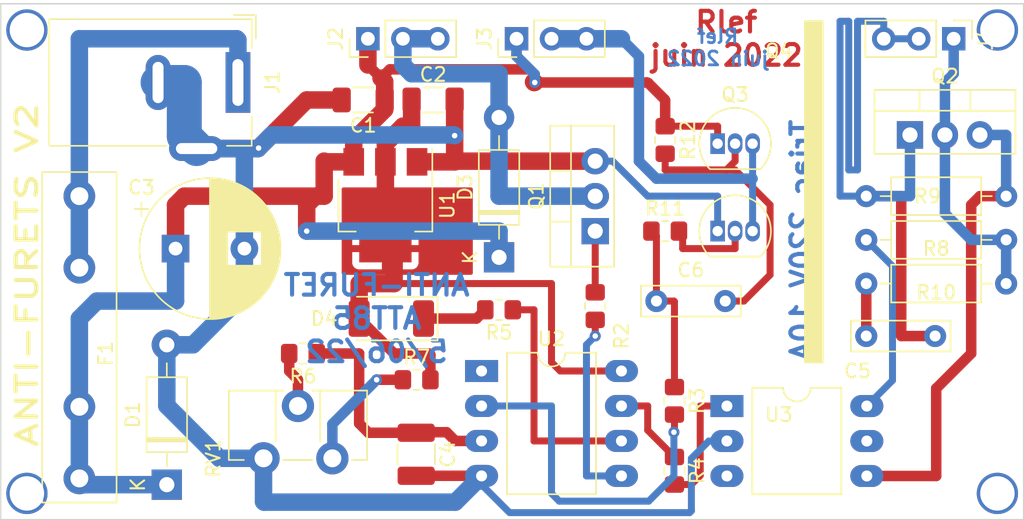
<source format=kicad_pcb>
(kicad_pcb (version 20221018) (generator pcbnew)
  (layers (0 "F.Cu" signal) (31 "B.Cu" signal) (34 "B.Paste" user) (35 "F.Paste" user) (36 "B.SilkS" user "B.Silkscreen") (37 "F.SilkS" user "F.Silkscreen") (38 "B.Mask" user) (39 "F.Mask" user) (44 "Edge.Cuts" user))
  (net 0 "")
  (net 1 "Net-(C6-Pad2)")
  (net 2 "Net-(Q4-Pad2)")
  (net 3 "Net-(C5-Pad1)")
  (net 4 "Net-(Q2-Pad3)")
  (net 5 "Net-(C5-Pad2)")
  (net 6 "Net-(R8-Pad2)")
  (net 7 "/5V")
  (net 8 "Net-(D4-Pad1)")
  (net 9 "Net-(R4-Pad2)")
  (net 10 "Net-(R2-Pad1)")
  (net 11 "Net-(Q1-Pad1)")
  (net 12 "GND")
  (net 13 "Net-(J3-Pad2)")
  (net 14 "Net-(D3-Pad2)")
  (net 18 "Net-(F1-Pad2)")
  (net 19 "Net-(C4-Pad1)")
  (net 20 "Net-(C6-Pad1)")
  (net 21 "Net-(J4-Pad1)")
  (net 22 "Net-(R3-Pad2)")
  (net 23 "Net-(R4-Pad1)")
  (net 24 "Net-(R5-Pad1)")
  (net 25 "Net-(R6-Pad2)")
  (net 26 "Net-(R7-Pad1)")
  (net 27 "Net-(C1-Pad1)")
  (footprint "Package_TO_SOT_THT:TO-92_Inline" (layer "F.Cu") (at 86.995 64.135)
    (fp_text reference "Q4" (at 4.445 -13.085) (layer "F.SilkS"))
    (fp_text value "2N3904")
    (pad "1" thru_hole rect (at 0 0) (size 1.05 1.5) (drill 0.75) (layers "*.Cu" "*.Mask") (net 12 "GND"))
    (pad "2" thru_hole oval (at 1.27 0) (size 1.05 1.5) (drill 0.75) (layers "*.Cu" "*.Mask") (net 2 "Net-(Q4-Pad2)"))
    (pad "3" thru_hole oval (at 2.54 0) (size 1.05 1.5) (drill 0.75) (layers "*.Cu" "*.Mask") (net 13 "Net-(J3-Pad2)"))
  )
  (footprint "Resistor_SMD:R_0805_2012Metric_Pad1.20x1.40mm_HandSolder" (layer "F.Cu") (at 65.135 74.93)
    (fp_text reference "R7" (at 0 -1.65) (layer "F.SilkS"))
    (fp_text value "100")
    (pad "1" smd roundrect (at -1 0) (size 1.2 1.4) (layers "F.Cu" "F.Paste" "F.Mask") (roundrect_rratio 0.2083333333) (net 26 "Net-(R7-Pad1)"))
    (pad "2" smd roundrect (at 1 0) (size 1.2 1.4) (layers "F.Cu" "F.Paste" "F.Mask") (roundrect_rratio 0.2083333333) (net 7 "/5V"))
  )
  (footprint "Resistor_SMD:R_0805_2012Metric_Pad1.20x1.40mm_HandSolder" (layer "F.Cu") (at 83.86 76.46 -90)
    (fp_text reference "R3" (at 0 -1.65 -270) (layer "F.SilkS"))
    (fp_text value "1K")
    (pad "1" smd roundrect (at -1 0 270) (size 1.2 1.4) (layers "F.Cu" "F.Paste" "F.Mask") (roundrect_rratio 0.2083333333) (net 20 "Net-(C6-Pad1)"))
    (pad "2" smd roundrect (at 1 0 270) (size 1.2 1.4) (layers "F.Cu" "F.Paste" "F.Mask") (roundrect_rratio 0.2083333333) (net 22 "Net-(R3-Pad2)"))
  )
  (footprint "Connector_PinHeader_2.54mm:PinHeader_1x03_P2.54mm_Vertical" (layer "F.Cu") (at 61.595 50.165 90)
    (fp_text reference "J2" (at 0 -2.33 90) (layer "F.SilkS"))
    (fp_text value "Bornier")
    (pad "1" thru_hole rect (at 0 0 90) (size 1.7 1.7) (drill 1) (layers "*.Cu" "*.Mask") (net 27 "Net-(C1-Pad1)"))
    (pad "2" thru_hole oval (at 0 2.54 90) (size 1.7 1.7) (drill 1) (layers "*.Cu" "*.Mask") (net 14 "Net-(D3-Pad2)"))
    (pad "3" thru_hole oval (at 0 5.08 90) (size 1.7 1.7) (drill 1) (layers "*.Cu" "*.Mask") (net 14 "Net-(D3-Pad2)"))
  )
  (footprint "Package_TO_SOT_THT:TO-220-3_Vertical" (layer "F.Cu") (at 100.965 57.15)
    (fp_text reference "Q2" (at 2.54 -4.27) (layer "F.SilkS"))
    (fp_text value "TIC226")
    (pad "1" thru_hole rect (at 0 0) (size 1.905 2) (drill 1.1) (layers "*.Cu" "*.Mask") (net 5 "Net-(C5-Pad2)"))
    (pad "2" thru_hole oval (at 2.54 0) (size 1.905 2) (drill 1.1) (layers "*.Cu" "*.Mask") (net 21 "Net-(J4-Pad1)"))
    (pad "3" thru_hole oval (at 5.08 0) (size 1.905 2) (drill 1.1) (layers "*.Cu" "*.Mask") (net 4 "Net-(Q2-Pad3)"))
  )
  (footprint "Diode_THT:D_DO-41_SOD81_P10.16mm_Horizontal" (layer "F.Cu") (at 71.12 66.04 90)
    (fp_text reference "D3" (at 5.08 -2.47 90) (layer "F.SilkS"))
    (fp_text value "1N4004")
    (fp_text user "K" (at 0 -2.1 90) (layer "F.SilkS"))
    (pad "1" thru_hole rect (at 0 0 90) (size 2.2 2.2) (drill 1.1) (layers "*.Cu" "*.Mask") (net 27 "Net-(C1-Pad1)"))
    (pad "2" thru_hole oval (at 10.16 0 90) (size 2.2 2.2) (drill 1.1) (layers "*.Cu" "*.Mask") (net 14 "Net-(D3-Pad2)"))
  )
  (footprint "Resistor_THT:R_Axial_DIN0207_L6.3mm_D2.5mm_P10.16mm_Horizontal" (layer "F.Cu") (at 107.95 67.945 180)
    (fp_text reference "R10" (at 5.08 -0.635) (layer "F.SilkS"))
    (fp_text value "100")
    (pad "1" thru_hole circle (at 0 0 180) (size 1.6 1.6) (drill 0.8) (layers "*.Cu" "*.Mask") (net 21 "Net-(J4-Pad1)"))
    (pad "2" thru_hole oval (at 10.16 0 180) (size 1.6 1.6) (drill 0.8) (layers "*.Cu" "*.Mask") (net 3 "Net-(C5-Pad1)"))
  )
  (footprint "Resistor_THT:R_Axial_DIN0207_L6.3mm_D2.5mm_P10.16mm_Horizontal" (layer "F.Cu") (at 107.95 61.595 180)
    (fp_text reference "R9" (at 5.715 0) (layer "F.SilkS"))
    (fp_text value "330")
    (pad "1" thru_hole circle (at 0 0 180) (size 1.6 1.6) (drill 0.8) (layers "*.Cu" "*.Mask") (net 4 "Net-(Q2-Pad3)"))
    (pad "2" thru_hole oval (at 10.16 0 180) (size 1.6 1.6) (drill 0.8) (layers "*.Cu" "*.Mask") (net 5 "Net-(C5-Pad2)"))
  )
  (footprint "Connector_BarrelJack:BarrelJack_Wuerth_6941xx301002" (layer "F.Cu") (at 52.155 53.34 -90)
    (fp_text reference "J1" (at 0 -2.5 90) (layer "F.SilkS"))
    (fp_text value "Jack-DC")
    (pad "1" thru_hole rect (at 0 0 270) (size 4.4 1.8) (drill oval 3.4 0.8) (layers "*.Cu" "*.Mask") (net 18 "Net-(F1-Pad2)"))
    (pad "2" thru_hole oval (at 0 5.8 270) (size 4 1.8) (drill oval 3 0.8) (layers "*.Cu" "*.Mask") (net 12 "GND"))
    (pad "3" thru_hole oval (at 4.79999 3.000006) (size 4 1.8) (drill oval 2.999999 0.8) (layers "*.Cu" "*.Mask"))
  )
  (footprint "Connector_PinHeader_2.54mm:PinHeader_1x03_P2.54mm_Vertical" (layer "F.Cu") (at 72.39 50.165 90)
    (fp_text reference "J3" (at 0 -2.33 90) (layer "F.SilkS"))
    (fp_text value "Bornier")
    (pad "1" thru_hole rect (at 0 0 90) (size 1.7 1.7) (drill 1) (layers "*.Cu" "*.Mask") (net 27 "Net-(C1-Pad1)"))
    (pad "2" thru_hole oval (at 0 2.54 90) (size 1.7 1.7) (drill 1) (layers "*.Cu" "*.Mask") (net 13 "Net-(J3-Pad2)"))
    (pad "3" thru_hole oval (at 0 5.08 90) (size 1.7 1.7) (drill 1) (layers "*.Cu" "*.Mask") (net 13 "Net-(J3-Pad2)"))
  )
  (footprint "Capacitor_THT:C_Rect_L7.0mm_W2.0mm_P5.00mm" (layer "F.Cu") (at 97.79 71.755)
    (fp_text reference "C5" (at -0.635 2.54) (layer "F.SilkS"))
    (fp_text value "0.01")
    (pad "1" thru_hole circle (at 0 0) (size 1.6 1.6) (drill 0.8) (layers "*.Cu" "*.Mask") (net 3 "Net-(C5-Pad1)"))
    (pad "2" thru_hole circle (at 5 0) (size 1.6 1.6) (drill 0.8) (layers "*.Cu" "*.Mask") (net 5 "Net-(C5-Pad2)"))
  )
  (footprint "Diode_THT:D_DO-41_SOD81_P10.16mm_Horizontal" (layer "F.Cu") (at 46.99 82.55 90)
    (fp_text reference "D1" (at 5.08 -2.47 90) (layer "F.SilkS"))
    (fp_text value "1N4004")
    (fp_text user "K" (at 0 -2.1 90) (layer "F.SilkS"))
    (pad "1" thru_hole rect (at 0 0 90) (size 2.2 2.2) (drill 1.1) (layers "*.Cu" "*.Mask") (net 27 "Net-(C1-Pad1)"))
    (pad "2" thru_hole oval (at 10.16 0 90) (size 2.2 2.2) (drill 1.1) (layers "*.Cu" "*.Mask") (net 12 "GND"))
  )
  (footprint "Capacitor_SMD:C_1210_3225Metric_Pad1.33x2.70mm_HandSolder" (layer "F.Cu") (at 65.1025 80.3425 -90)
    (fp_text reference "C4" (at 0 -2.3 90) (layer "F.SilkS"))
    (fp_text value "0.1µF")
    (pad "1" smd roundrect (at -1.5625 0 270) (size 1.325 2.7) (layers "F.Cu" "F.Paste" "F.Mask") (roundrect_rratio 0.1886792453) (net 19 "Net-(C4-Pad1)"))
    (pad "2" smd roundrect (at 1.5625 0 270) (size 1.325 2.7) (layers "F.Cu" "F.Paste" "F.Mask") (roundrect_rratio 0.1886792453) (net 12 "GND"))
  )
  (footprint "Resistor_SMD:R_0805_2012Metric_Pad1.20x1.40mm_HandSolder" (layer "F.Cu") (at 78.105 69.58 90)
    (fp_text reference "R2" (at -2.175 1.905 90) (layer "F.SilkS"))
    (fp_text value "1K")
    (pad "1" smd roundrect (at -1 0 90) (size 1.2 1.4) (layers "F.Cu" "F.Paste" "F.Mask") (roundrect_rratio 0.2083333333) (net 10 "Net-(R2-Pad1)"))
    (pad "2" smd roundrect (at 1 0 90) (size 1.2 1.4) (layers "F.Cu" "F.Paste" "F.Mask") (roundrect_rratio 0.2083333333) (net 11 "Net-(Q1-Pad1)"))
  )
  (footprint "Resistor_THT:R_Axial_DIN0207_L6.3mm_D2.5mm_P10.16mm_Horizontal" (layer "F.Cu") (at 107.95 64.77 180)
    (fp_text reference "R8" (at 5.08 -0.635) (layer "F.SilkS"))
    (fp_text value "330")
    (pad "1" thru_hole circle (at 0 0 180) (size 1.6 1.6) (drill 0.8) (layers "*.Cu" "*.Mask") (net 21 "Net-(J4-Pad1)"))
    (pad "2" thru_hole oval (at 10.16 0 180) (size 1.6 1.6) (drill 0.8) (layers "*.Cu" "*.Mask") (net 6 "Net-(R8-Pad2)"))
  )
  (footprint "Resistor_SMD:R_0805_2012Metric_Pad1.20x1.40mm_HandSolder" (layer "F.Cu") (at 56.88 73.025 180)
    (fp_text reference "R6" (at 0 -1.65) (layer "F.SilkS"))
    (fp_text value "1000")
    (pad "1" smd roundrect (at -1 0 180) (size 1.2 1.4) (layers "F.Cu" "F.Paste" "F.Mask") (roundrect_rratio 0.2083333333) (net 19 "Net-(C4-Pad1)"))
    (pad "2" smd roundrect (at 1 0 180) (size 1.2 1.4) (layers "F.Cu" "F.Paste" "F.Mask") (roundrect_rratio 0.2083333333) (net 25 "Net-(R6-Pad2)"))
  )
  (footprint "Resistor_SMD:R_0805_2012Metric_Pad1.20x1.40mm_HandSolder" (layer "F.Cu") (at 83.185 64.135)
    (fp_text reference "R11" (at 0 -1.65) (layer "F.SilkS"))
    (fp_text value "330")
    (pad "1" smd roundrect (at -1 0) (size 1.2 1.4) (layers "F.Cu" "F.Paste" "F.Mask") (roundrect_rratio 0.2083333333) (net 20 "Net-(C6-Pad1)"))
    (pad "2" smd roundrect (at 1 0) (size 1.2 1.4) (layers "F.Cu" "F.Paste" "F.Mask") (roundrect_rratio 0.2083333333) (net 2 "Net-(Q4-Pad2)"))
  )
  (footprint "Package_TO_SOT_THT:TO-92_Inline" (layer "F.Cu") (at 86.995 57.785)
    (fp_text reference "Q3" (at 1.27 -3.56) (layer "F.SilkS"))
    (fp_text value "2N3905")
    (pad "1" thru_hole rect (at 0 0) (size 1.05 1.5) (drill 0.75) (layers "*.Cu" "*.Mask") (net 27 "Net-(C1-Pad1)"))
    (pad "2" thru_hole oval (at 1.27 0) (size 1.05 1.5) (drill 0.75) (layers "*.Cu" "*.Mask") (net 1 "Net-(C6-Pad2)"))
    (pad "3" thru_hole oval (at 2.54 0) (size 1.05 1.5) (drill 0.75) (layers "*.Cu" "*.Mask") (net 13 "Net-(J3-Pad2)"))
  )
  (footprint "Capacitor_SMD:C_1206_3216Metric_Pad1.33x1.80mm_HandSolder" (layer "F.Cu") (at 66.3325 54.61)
    (fp_text reference "C2" (at 0 -1.85) (layer "F.SilkS"))
    (fp_text value "1µF")
    (pad "1" smd roundrect (at -1.5625 0) (size 1.325 1.8) (layers "F.Cu" "F.Paste" "F.Mask") (roundrect_rratio 0.1886792453) (net 7 "/5V"))
    (pad "2" smd roundrect (at 1.5625 0) (size 1.325 1.8) (layers "F.Cu" "F.Paste" "F.Mask") (roundrect_rratio 0.1886792453) (net 12 "GND"))
  )
  (footprint "Capacitor_THT:C_Rect_L7.0mm_W2.0mm_P5.00mm" (layer "F.Cu") (at 82.55 69.215)
    (fp_text reference "C6" (at 2.5 -2.25) (layer "F.SilkS"))
    (fp_text value "47nF")
    (pad "1" thru_hole circle (at 0 0) (size 1.6 1.6) (drill 0.8) (layers "*.Cu" "*.Mask") (net 20 "Net-(C6-Pad1)"))
    (pad "2" thru_hole circle (at 5 0) (size 1.6 1.6) (drill 0.8) (layers "*.Cu" "*.Mask") (net 1 "Net-(C6-Pad2)"))
  )
  (footprint "Potentiometer_THT:Potentiometer_ACP_CA9-H3,8_Horizontal" (layer "F.Cu") (at 54.015 80.635 90)
    (fp_text reference "RV1" (at 0 -3.65 90) (layer "F.SilkS"))
    (fp_text value "5K")
    (pad "1" thru_hole circle (at 0 0 90) (size 2.34 2.34) (drill 1.3) (layers "*.Cu" "*.Mask") (net 12 "GND"))
    (pad "2" thru_hole circle (at 3.8 2.5 90) (size 2.34 2.34) (drill 1.3) (layers "*.Cu" "*.Mask") (net 25 "Net-(R6-Pad2)"))
    (pad "3" thru_hole circle (at 0 5 90) (size 2.34 2.34) (drill 1.3) (layers "*.Cu" "*.Mask") (net 26 "Net-(R7-Pad1)"))
  )
  (footprint "Connector_PinHeader_2.54mm:PinHeader_1x03_P2.54mm_Vertical" (layer "F.Cu") (at 104.14 50.165 -90)
    (fp_text reference "J4" (at 0 -2.33 -90) (layer "F.SilkS"))
    (fp_text value "Bornier")
    (pad "1" thru_hole rect (at 0 0 270) (size 1.7 1.7) (drill 1) (layers "*.Cu" "*.Mask") (net 21 "Net-(J4-Pad1)"))
    (pad "2" thru_hole oval (at 0 2.54 270) (size 1.7 1.7) (drill 1) (layers "*.Cu" "*.Mask") (net 5 "Net-(C5-Pad2)"))
    (pad "3" thru_hole oval (at 0 5.08 270) (size 1.7 1.7) (drill 1) (layers "*.Cu" "*.Mask") (net 5 "Net-(C5-Pad2)"))
  )
  (footprint "Capacitor_SMD:C_1206_3216Metric_Pad1.33x1.80mm_HandSolder" (layer "F.Cu") (at 61.2525 54.61 180)
    (fp_text reference "C1" (at 0 -1.85) (layer "F.SilkS"))
    (fp_text value "1µF")
    (pad "1" smd roundrect (at -1.5625 0 180) (size 1.325 1.8) (layers "F.Cu" "F.Paste" "F.Mask") (roundrect_rratio 0.1886792453) (net 27 "Net-(C1-Pad1)"))
    (pad "2" smd roundrect (at 1.5625 0 180) (size 1.325 1.8) (layers "F.Cu" "F.Paste" "F.Mask") (roundrect_rratio 0.1886792453) (net 12 "GND"))
  )
  (footprint "Package_TO_SOT_SMD:SOT-223-3_TabPin2" (layer "F.Cu") (at 62.865 62.255 -90)
    (fp_text reference "U1" (at 0 -4.5 -270) (layer "F.SilkS"))
    (fp_text value "AMS1117-5.0")
    (pad "1" smd rect (at -3.15 -2.3 270) (size 2 1.5) (layers "F.Cu" "F.Paste" "F.Mask") (net 12 "GND"))
    (pad "2" smd rect (at -3.15 0 270) (size 2 1.5) (layers "F.Cu" "F.Paste" "F.Mask") (net 7 "/5V"))
    (pad "2" smd rect (at 3.15 0 270) (size 2 3.8) (layers "F.Cu" "F.Paste" "F.Mask") (net 7 "/5V"))
    (pad "3" smd rect (at -3.15 2.3 270) (size 2 1.5) (layers "F.Cu" "F.Paste" "F.Mask") (net 27 "Net-(C1-Pad1)"))
  )
  (footprint "Resistor_SMD:R_0805_2012Metric_Pad1.20x1.40mm_HandSolder" (layer "F.Cu") (at 83.86 81.54 -90)
    (fp_text reference "R4" (at 0 -1.65 90) (layer "F.SilkS"))
    (fp_text value "330")
    (pad "1" smd roundrect (at -1 0 270) (size 1.2 1.4) (layers "F.Cu" "F.Paste" "F.Mask") (roundrect_rratio 0.2083333333) (net 23 "Net-(R4-Pad1)"))
    (pad "2" smd roundrect (at 1 0 270) (size 1.2 1.4) (layers "F.Cu" "F.Paste" "F.Mask") (roundrect_rratio 0.2083333333) (net 9 "Net-(R4-Pad2)"))
  )
  (footprint "Fuse:Fuseholder_Littelfuse_445_030_series_5x20mm" (layer "F.Cu") (at 40.64 82.095 90)
    (fp_text reference "F1" (at 9.07 1.905 90 unlocked) (layer "F.SilkS"))
    (fp_text value "2A")
    (pad "1" thru_hole circle (at 0 0 90) (size 2.3 2.3) (drill 1.3) (layers "*.Cu" "*.Mask") (net 27 "Net-(C1-Pad1)"))
    (pad "1" thru_hole circle (at 5.2 0 90) (size 2.3 2.3) (drill 1.3) (layers "*.Cu" "*.Mask") (net 27 "Net-(C1-Pad1)"))
    (pad "2" thru_hole circle (at 15.3 0 90) (size 2.3 2.3) (drill 1.3) (layers "*.Cu" "*.Mask") (net 18 "Net-(F1-Pad2)"))
    (pad "2" thru_hole circle (at 20.5 0 90) (size 2.3 2.3) (drill 1.3) (layers "*.Cu" "*.Mask") (net 18 "Net-(F1-Pad2)"))
  )
  (footprint "Package_DIP:DIP-8_W10.16mm_LongPads" (layer "F.Cu") (at 69.85 74.295)
    (fp_text reference "U2" (at 5.08 -2.33) (layer "F.SilkS"))
    (fp_text value "ATtiny85V-10PU")
    (pad "1" thru_hole rect (at 0 0) (size 2.4 1.6) (drill 0.8) (layers "*.Cu" "*.Mask"))
    (pad "2" thru_hole oval (at 0 2.54) (size 2.4 1.6) (drill 0.8) (layers "*.Cu" "*.Mask") (net 22 "Net-(R3-Pad2)"))
    (pad "3" thru_hole oval (at 0 5.08) (size 2.4 1.6) (drill 0.8) (layers "*.Cu" "*.Mask") (net 19 "Net-(C4-Pad1)"))
    (pad "4" thru_hole oval (at 0 7.62) (size 2.4 1.6) (drill 0.8) (layers "*.Cu" "*.Mask") (net 12 "GND"))
    (pad "5" thru_hole oval (at 10.16 7.62) (size 2.4 1.6) (drill 0.8) (layers "*.Cu" "*.Mask") (net 10 "Net-(R2-Pad1)"))
    (pad "6" thru_hole oval (at 10.16 5.08) (size 2.4 1.6) (drill 0.8) (layers "*.Cu" "*.Mask") (net 24 "Net-(R5-Pad1)"))
    (pad "7" thru_hole oval (at 10.16 2.54) (size 2.4 1.6) (drill 0.8) (layers "*.Cu" "*.Mask") (net 23 "Net-(R4-Pad1)"))
    (pad "8" thru_hole oval (at 10.16 0) (size 2.4 1.6) (drill 0.8) (layers "*.Cu" "*.Mask") (net 7 "/5V"))
  )
  (footprint "Resistor_SMD:R_0805_2012Metric_Pad1.20x1.40mm_HandSolder" (layer "F.Cu") (at 71.12 69.85 180)
    (fp_text reference "R5" (at 0 -1.65) (layer "F.SilkS"))
    (fp_text value "680")
    (pad "1" smd roundrect (at -1 0 180) (size 1.2 1.4) (layers "F.Cu" "F.Paste" "F.Mask") (roundrect_rratio 0.2083333333) (net 24 "Net-(R5-Pad1)"))
    (pad "2" smd roundrect (at 1 0 180) (size 1.2 1.4) (layers "F.Cu" "F.Paste" "F.Mask") (roundrect_rratio 0.2083333333) (net 8 "Net-(D4-Pad1)"))
  )
  (footprint "Capacitor_THT:CP_Radial_D10.0mm_P5.00mm" (layer "F.Cu") (at 47.625 65.405)
    (fp_text reference "C3" (at -2.479646 -4.445) (layer "F.SilkS"))
    (fp_text value "470µF 20V")
    (pad "1" thru_hole rect (at 0 0) (size 2 2) (drill 1) (layers "*.Cu" "*.Mask") (net 27 "Net-(C1-Pad1)"))
    (pad "2" thru_hole circle (at 5 0) (size 2 2) (drill 1) (layers "*.Cu" "*.Mask") (net 12 "GND"))
  )
  (footprint "LED_SMD:LED_2010_5025Metric_Pad1.52x2.65mm_HandSolder" (layer "F.Cu") (at 63.2975 70.485 180)
    (fp_text reference "D4" (at 4.8775 0) (layer "F.SilkS"))
    (fp_text value "LED")
    (pad "1" smd roundrect (at -2.3375 0 180) (size 1.525 2.65) (layers "F.Cu" "F.Paste" "F.Mask") (roundrect_rratio 0.1639337705) (net 8 "Net-(D4-Pad1)"))
    (pad "2" smd roundrect (at 2.3375 0 180) (size 1.525 2.65) (layers "F.Cu" "F.Paste" "F.Mask") (roundrect_rratio 0.1639337705) (net 7 "/5V"))
  )
  (footprint "Package_TO_SOT_THT:TO-220-3_Vertical" (layer "F.Cu") (at 78.105 64.135 90)
    (fp_text reference "Q1" (at 2.54 -4.27 90) (layer "F.SilkS"))
    (fp_text value "IRF540N")
    (pad "1" thru_hole rect (at 0 0 90) (size 1.905 2) (drill 1.1) (layers "*.Cu" "*.Mask") (net 11 "Net-(Q1-Pad1)"))
    (pad "2" thru_hole oval (at 2.54 0 90) (size 1.905 2) (drill 1.1) (layers "*.Cu" "*.Mask") (net 14 "Net-(D3-Pad2)"))
    (pad "3" thru_hole oval (at 5.08 0 90) (size 1.905 2) (drill 1.1) (layers "*.Cu" "*.Mask") (net 12 "GND"))
  )
  (footprint "Resistor_SMD:R_0805_2012Metric_Pad1.20x1.40mm_HandSolder" (layer "F.Cu") (at 83.185 57.515 -90)
    (fp_text reference "R12" (at 0 -1.65 90) (layer "F.SilkS"))
    (fp_text value "100")
    (pad "1" smd roundrect (at -1 0 270) (size 1.2 1.4) (layers "F.Cu" "F.Paste" "F.Mask") (roundrect_rratio 0.2083333333) (net 27 "Net-(C1-Pad1)"))
    (pad "2" smd roundrect (at 1 0 270) (size 1.2 1.4) (layers "F.Cu" "F.Paste" "F.Mask") (roundrect_rratio 0.2083333333) (net 1 "Net-(C6-Pad2)"))
  )
  (footprint "Package_DIP:DIP-6_W10.16mm_LongPads" (layer "F.Cu") (at 87.67 76.84)
    (fp_text reference "U3" (at 3.77 0.63) (layer "F.SilkS"))
    (fp_text value "MOC3041M")
    (pad "1" thru_hole rect (at 0 0) (size 2.4 1.6) (drill 0.8) (layers "*.Cu" "*.Mask") (net 9 "Net-(R4-Pad2)"))
    (pad "2" thru_hole oval (at 0 2.54) (size 2.4 1.6) (drill 0.8) (layers "*.Cu" "*.Mask") (net 12 "GND"))
    (pad "3" thru_hole oval (at 0 5.08) (size 2.4 1.6) (drill 0.8) (layers "*.Cu" "*.Mask"))
    (pad "4" thru_hole oval (at 10.16 5.08) (size 2.4 1.6) (drill 0.8) (layers "*.Cu" "*.Mask") (net 4 "Net-(Q2-Pad3)"))
    (pad "5" thru_hole oval (at 10.16 2.54) (size 2.4 1.6) (drill 0.8) (layers "*.Cu" "*.Mask"))
    (pad "6" thru_hole oval (at 10.16 0) (size 2.4 1.6) (drill 0.8) (layers "*.Cu" "*.Mask") (net 6 "Net-(R8-Pad2)"))
  )
  (gr_poly (pts (xy 94.615 73.66) (xy 93.345 73.66) (xy 93.345 48.895) (xy 94.615 48.895)) (stroke (width 0.15)) (fill solid) (layer "F.SilkS"))
  (gr_line (start 109.22 47.625) (end 109.22 85.09) (stroke (width 0.1)) (layer "Edge.Cuts"))
  (gr_line (start 109.22 85.09) (end 34.925 85.09) (stroke (width 0.1)) (layer "Edge.Cuts"))
  (gr_line (start 34.925 85.09) (end 34.925 47.625) (stroke (width 0.1)) (layer "Edge.Cuts"))
  (gr_line (start 34.925 47.625) (end 109.22 47.625) (stroke (width 0.1)) (layer "Edge.Cuts"))
  (gr_text "Rlef\njuin 2022" (at 87.63 50.165) (layer "F.Cu") (effects (font (size 1.5 1.5) (thickness 0.3))))
  (gr_text "Triac 220V 10A" (at 93.98 55.88 90) (layer "B.Cu") (effects (font (size 1.5 1.5) (thickness 0.3) bold) (justify left bottom mirror)))
  (gr_text "ANTI-FURET\nATT85\n5/06/22" (at 62.23 70.485) (layer "B.Cu") (effects (font (size 1.5 1.5) (thickness 0.3)) (justify mirror)))
  (gr_text "Rlef\njuin 2022" (at 86.995 50.8) (layer "B.Cu") (effects (font (size 1 1) (thickness 0.2)) (justify mirror)))
  (gr_text "ANTI-FURETS V2" (at 36.83 67.31 90) (layer "F.SilkS") (effects (font (size 1.5 2) (thickness 0.3))))
  (via (at 107.315 49.53) (size 3) (drill 2.5) (layers "F.Cu" "B.Cu") (net 0))
  (via (at 107.315 83.185) (size 3) (drill 2.5) (layers "F.Cu" "B.Cu") (net 0))
  (via (at 36.83 49.53) (size 3) (drill 2.5) (layers "F.Cu" "B.Cu") (net 0))
  (via (at 36.83 83.185) (size 3) (drill 2.5) (layers "F.Cu" "B.Cu") (net 0))
  (segment (start 90.805 62.23) (end 88.265 59.69) (width 0.508) (layer "F.Cu") (net 1))
  (segment (start 88.9 69.215) (end 90.805 67.31) (width 0.508) (layer "F.Cu") (net 1))
  (segment (start 87.63 59.69) (end 88.265 59.055) (width 0.508) (layer "F.Cu") (net 1))
  (segment (start 90.805 67.31) (end 90.805 62.23) (width 0.508) (layer "F.Cu") (net 1))
  (segment (start 83.185 59.69) (end 87.63 59.69) (width 0.508) (layer "F.Cu") (net 1))
  (segment (start 88.265 59.055) (end 88.265 57.785) (width 0.508) (layer "F.Cu") (net 1))
  (segment (start 87.55 69.215) (end 88.9 69.215) (width 0.508) (layer "F.Cu") (net 1))
  (segment (start 88.265 59.69) (end 87.63 59.69) (width 0.508) (layer "F.Cu") (net 1))
  (segment (start 83.185 58.515) (end 83.185 59.69) (width 0.508) (layer "F.Cu") (net 1))
  (segment (start 88.265 64.135) (end 88.265 65.405) (width 0.508) (layer "F.Cu") (net 2))
  (segment (start 84.455 65.405) (end 84.455 64.405) (width 0.508) (layer "F.Cu") (net 2))
  (segment (start 88.265 65.405) (end 84.455 65.405) (width 0.508) (layer "F.Cu") (net 2))
  (segment (start 84.455 64.405) (end 84.185 64.135) (width 0.508) (layer "F.Cu") (net 2))
  (segment (start 97.79 71.755) (end 97.79 67.945) (width 0.762) (layer "F.Cu") (net 3))
  (segment (start 105.41 62.23) (end 105.41 73.025) (width 0.762) (layer "F.Cu") (net 4))
  (segment (start 107.95 61.595) (end 106.045 61.595) (width 0.762) (layer "F.Cu") (net 4))
  (segment (start 102.87 75.56) (end 102.875 75.56) (width 0.762) (layer "F.Cu") (net 4))
  (segment (start 106.045 61.595) (end 105.41 62.23) (width 0.762) (layer "F.Cu") (net 4))
  (segment (start 102.875 75.56) (end 105.41 73.025) (width 0.762) (layer "F.Cu") (net 4))
  (segment (start 97.83 81.92) (end 102.87 81.92) (width 0.762) (layer "F.Cu") (net 4))
  (segment (start 102.87 81.92) (end 102.87 75.56) (width 0.762) (layer "F.Cu") (net 4))
  (segment (start 107.95 57.15) (end 107.95 61.595) (width 0.762) (layer "B.Cu") (net 4))
  (segment (start 106.045 57.15) (end 107.95 57.15) (width 0.762) (layer "B.Cu") (net 4))
  (segment (start 100.33 71.755) (end 100.33 61.595) (width 0.762) (layer "F.Cu") (net 5))
  (segment (start 102.79 71.755) (end 100.33 71.755) (width 0.762) (layer "F.Cu") (net 5))
  (segment (start 100.33 61.595) (end 97.79 61.595) (width 0.762) (layer "F.Cu") (net 5))
  (segment (start 99.06 50.165) (end 101.6 50.165) (width 0.508) (layer "B.Cu") (net 5))
  (segment (start 99.06 48.895) (end 99.06 50.165) (width 0.508) (layer "B.Cu") (net 5))
  (segment (start 95.885 61.595) (end 95.885 48.895) (width 0.508) (layer "B.Cu") (net 5))
  (segment (start 96.52 59.69) (end 97.155 59.69) (width 0.508) (layer "B.Cu") (net 5))
  (segment (start 95.885 48.895) (end 96.52 48.895) (width 0.508) (layer "B.Cu") (net 5))
  (segment (start 97.155 48.895) (end 99.06 48.895) (width 0.508) (layer "B.Cu") (net 5))
  (segment (start 97.155 59.69) (end 97.155 48.895) (width 0.508) (layer "B.Cu") (net 5))
  (segment (start 100.965 61.595) (end 100.965 57.15) (width 0.762) (layer "B.Cu") (net 5))
  (segment (start 97.79 61.595) (end 95.885 61.595) (width 0.508) (layer "B.Cu") (net 5))
  (segment (start 97.79 61.595) (end 100.965 61.595) (width 0.762) (layer "B.Cu") (net 5))
  (segment (start 96.52 48.895) (end 96.52 59.69) (width 0.508) (layer "B.Cu") (net 5))
  (segment (start 99.695 74.975) (end 97.83 76.84) (width 0.508) (layer "B.Cu") (net 6))
  (segment (start 97.79 64.77) (end 99.695 66.675) (width 0.508) (layer "B.Cu") (net 6))
  (segment (start 99.695 66.675) (end 99.695 74.975) (width 0.508) (layer "B.Cu") (net 6))
  (segment (start 63.5 73.025) (end 60.96 70.485) (width 0.762) (layer "F.Cu") (net 7))
  (segment (start 62.865 59.105) (end 62.865 65.405) (width 1.27) (layer "F.Cu") (net 7))
  (segment (start 80.01 74.295) (end 75.565 74.295) (width 0.508) (layer "F.Cu") (net 7))
  (segment (start 66.135 74.93) (end 66.135 73.12) (width 0.762) (layer "F.Cu") (net 7))
  (segment (start 63.5 66.04) (end 62.865 65.405) (width 1.27) (layer "F.Cu") (net 7))
  (segment (start 66.135 73.12) (end 66.04 73.025) (width 0.762) (layer "F.Cu") (net 7))
  (segment (start 64.135 56.515) (end 64.77 56.515) (width 1.27) (layer "F.Cu") (net 7))
  (segment (start 74.93 67.945) (end 63.5 67.945) (width 0.508) (layer "F.Cu") (net 7))
  (segment (start 64.77 56.515) (end 64.77 54.61) (width 1.27) (layer "F.Cu") (net 7))
  (segment (start 62.865 59.105) (end 62.865 57.785) (width 1.27) (layer "F.Cu") (net 7))
  (segment (start 60.96 70.485) (end 60.96 67.945) (width 1.27) (layer "F.Cu") (net 7))
  (segment (start 62.865 57.785) (end 64.135 56.515) (width 1.27) (layer "F.Cu") (net 7))
  (segment (start 74.93 73.66) (end 74.93 67.945) (width 0.508) (layer "F.Cu") (net 7))
  (segment (start 66.04 73.025) (end 63.5 73.025) (width 0.762) (layer "F.Cu") (net 7))
  (segment (start 75.565 74.295) (end 74.93 73.66) (width 0.508) (layer "F.Cu") (net 7))
  (segment (start 63.5 67.945) (end 63.5 66.04) (width 1.27) (layer "F.Cu") (net 7))
  (segment (start 60.96 67.945) (end 63.5 67.945) (width 1.27) (layer "F.Cu") (net 7))
  (segment (start 65.635 70.485) (end 69.485 70.485) (width 0.762) (layer "F.Cu") (net 8))
  (segment (start 69.485 70.485) (end 70.12 69.85) (width 0.762) (layer "F.Cu") (net 8))
  (segment (start 85.73 76.84) (end 85.73 81.89) (width 0.508) (layer "F.Cu") (net 9))
  (segment (start 85.08 82.54) (end 83.86 82.54) (width 0.508) (layer "F.Cu") (net 9))
  (segment (start 85.73 76.84) (end 87.67 76.84) (width 0.508) (layer "F.Cu") (net 9))
  (segment (start 85.73 81.89) (end 85.08 82.54) (width 0.508) (layer "F.Cu") (net 9))
  (segment (start 78.105 71.755) (end 78.105 70.58) (width 0.508) (layer "F.Cu") (net 10))
  (via (at 78.105 71.755) (size 0.8) (drill 0.4) (layers "F.Cu" "B.Cu") (net 10))
  (segment (start 77.47 81.915) (end 77.47 72.39) (width 0.508) (layer "B.Cu") (net 10))
  (segment (start 80.01 81.915) (end 77.47 81.915) (width 0.508) (layer "B.Cu") (net 10))
  (segment (start 77.47 72.39) (end 78.105 71.755) (width 0.508) (layer "B.Cu") (net 10))
  (segment (start 78.105 64.135) (end 78.105 68.58) (width 0.508) (layer "F.Cu") (net 11))
  (segment (start 67.945 59.055) (end 78.105 59.055) (width 1.27) (layer "F.Cu") (net 12))
  (segment (start 69.84 81.905) (end 69.85 81.915) (width 0.762) (layer "F.Cu") (net 12))
  (segment (start 65.1025 81.905) (end 69.84 81.905) (width 0.762) (layer "F.Cu") (net 12))
  (segment (start 67.895 59.105) (end 67.945 59.055) (width 1.27) (layer "F.Cu") (net 12))
  (segment (start 53.6575 58.1025) (end 57.15 54.61) (width 1.27) (layer "F.Cu") (net 12))
  (segment (start 49.154994 58.13999) (end 53.62001 58.13999) (width 1.27) (layer "F.Cu") (net 12))
  (segment (start 67.895 57.2) (end 67.895 54.61) (width 1.27) (layer "F.Cu") (net 12))
  (segment (start 53.62001 58.13999) (end 53.6575 58.1025) (width 1.27) (layer "F.Cu") (net 12))
  (segment (start 67.895 59.105) (end 67.895 57.2) (width 1.27) (layer "F.Cu") (net 12))
  (segment (start 65.165 59.105) (end 67.895 59.105) (width 1.27) (layer "F.Cu") (net 12))
  (segment (start 57.15 54.61) (end 59.69 54.61) (width 1.27) (layer "F.Cu") (net 12))
  (via (at 67.895 57.2) (size 0.8) (drill 0.4) (layers "F.Cu" "B.Cu") (net 12))
  (via (at 53.6575 58.1025) (size 0.8) (drill 0.4) (layers "F.Cu" "B.Cu") (net 12))
  (segment (start 54.61 57.15) (end 53.62001 58.13999) (width 1.27) (layer "B.Cu") (net 12))
  (segment (start 54.015 80.635) (end 50.81 80.635) (width 1.27) (layer "B.Cu") (net 12))
  (segment (start 85.09 84.455) (end 84.963 84.582) (width 0.508) (layer "B.Cu") (net 12))
  (segment (start 54.055 83.82) (end 67.945 83.82) (width 1.27) (layer "B.Cu") (net 12))
  (segment (start 67.945 83.82) (end 69.85 81.915) (width 1.27) (layer "B.Cu") (net 12))
  (segment (start 78.105 59.055) (end 79.375 59.055) (width 0.508) (layer "B.Cu") (net 12))
  (segment (start 54.015 83.78) (end 54.055 83.82) (width 1.27) (layer "B.Cu") (net 12))
  (segment (start 52.625 58.5) (end 52.26499 58.13999) (width 1.27) (layer "B.Cu") (net 12))
  (segment (start 46.355 53.34) (end 48.26 53.34) (width 2.54) (layer "B.Cu") (net 12))
  (segment (start 86.355 79.38) (end 85.09 80.645) (width 0.508) (layer "B.Cu") (net 12))
  (segment (start 86.995 61.595) (end 86.995 64.135) (width 0.508) (layer "B.Cu") (net 12))
  (segment (start 69.85 82.55) (end 69.85 81.915) (width 0.762) (layer "B.Cu") (net 12))
  (segment (start 48.26 53.34) (end 48.26 57.244996) (width 2.54) (layer "B.Cu") (net 12))
  (segment (start 84.963 84.582) (end 71.882 84.582) (width 0.508) (layer "B.Cu") (net 12))
  (segment (start 50.81 80.635) (end 46.99 76.815) (width 1.27) (layer "B.Cu") (net 12))
  (segment (start 79.375 59.055) (end 81.915 61.595) (width 0.508) (layer "B.Cu") (net 12))
  (segment (start 52.625 65.405) (end 52.625 58.5) (width 1.27) (layer "B.Cu") (net 12))
  (segment (start 67.895 57.2) (end 67.845 57.15) (width 1.27) (layer "B.Cu") (net 12))
  (segment (start 54.015 80.635) (end 54.015 83.78) (width 1.27) (layer "B.Cu") (net 12))
  (segment (start 48.895 72.39) (end 52.705 68.58) (width 1.27) (layer "B.Cu") (net 12))
  (segment (start 67.845 57.15) (end 54.61 57.15) (width 1.27) (layer "B.Cu") (net 12))
  (segment (start 87.67 79.38) (end 86.355 79.38) (width 0.508) (layer "B.Cu") (net 12))
  (segment (start 46.99 72.39) (end 48.895 72.39) (width 1.27) (layer "B.Cu") (net 12))
  (segment (start 71.755 84.455) (end 69.85 82.55) (width 0.508) (layer "B.Cu") (net 12))
  (segment (start 48.26 57.244996) (end 49.154994 58.13999) (width 2.54) (layer "B.Cu") (net 12))
  (segment (start 46.99 76.815) (end 46.99 72.39) (width 1.27) (layer "B.Cu") (net 12))
  (segment (start 52.26499 58.13999) (end 49.154994 58.13999) (width 1.27) (layer "B.Cu") (net 12))
  (segment (start 53.62001 58.13999) (end 49.154994 58.13999) (width 1.27) (layer "B.Cu") (net 12))
  (segment (start 52.625 68.5) (end 52.625 65.405) (width 1.27) (layer "B.Cu") (net 12))
  (segment (start 81.915 61.595) (end 86.995 61.595) (width 0.508) (layer "B.Cu") (net 12))
  (segment (start 52.705 68.58) (end 52.625 68.5) (width 1.27) (layer "B.Cu") (net 12))
  (segment (start 85.09 80.645) (end 85.09 84.455) (width 0.508) (layer "B.Cu") (net 12))
  (segment (start 74.93 50.165) (end 77.47 50.165) (width 1.27) (layer "B.Cu") (net 13))
  (segment (start 77.47 50.165) (end 80.01 50.165) (width 1.27) (layer "B.Cu") (net 13))
  (segment (start 82.55 60.325) (end 89.535 60.325) (width 0.762) (layer "B.Cu") (net 13))
  (segment (start 89.535 60.325) (end 89.535 64.135) (width 0.508) (layer "B.Cu") (net 13))
  (segment (start 80.01 50.165) (end 81.28 51.435) (width 0.762) (layer "B.Cu") (net 13))
  (segment (start 89.535 57.785) (end 89.535 60.325) (width 0.508) (layer "B.Cu") (net 13))
  (segment (start 81.28 51.435) (end 81.28 59.055) (width 0.762) (layer "B.Cu") (net 13))
  (segment (start 81.28 59.055) (end 82.55 60.325) (width 0.762) (layer "B.Cu") (net 13))
  (segment (start 64.77 52.705) (end 71.12 52.705) (width 1.27) (layer "B.Cu") (net 14))
  (segment (start 71.12 52.705) (end 71.12 55.88) (width 1.27) (layer "B.Cu") (net 14))
  (segment (start 64.135 52.07) (end 64.77 52.705) (width 1.27) (layer "B.Cu") (net 14))
  (segment (start 71.12 55.88) (end 71.12 61.595) (width 1.27) (layer "B.Cu") (net 14))
  (segment (start 64.135 50.165) (end 66.675 50.165) (width 1.27) (layer "B.Cu") (net 14))
  (segment (start 64.135 50.165) (end 64.135 52.07) (width 1.27) (layer "B.Cu") (net 14))
  (segment (start 71.12 61.595) (end 78.105 61.595) (width 1.27) (layer "B.Cu") (net 14))
  (segment (start 52.155 53.34) (end 52.155 50.25) (width 1.27) (layer "B.Cu") (net 18))
  (segment (start 52.07 50.165) (end 40.64 50.165) (width 1.27) (layer "B.Cu") (net 18))
  (segment (start 40.64 61.595) (end 40.64 66.795) (width 1.27) (layer "B.Cu") (net 18))
  (segment (start 52.155 50.25) (end 52.07 50.165) (width 1.27) (layer "B.Cu") (net 18))
  (segment (start 40.64 50.165) (end 40.64 61.595) (width 1.27) (layer "B.Cu") (net 18))
  (segment (start 60.96 78.105) (end 60.96 73.025) (width 0.762) (layer "F.Cu") (net 19))
  (segment (start 65.1025 78.78) (end 61.635 78.78) (width 0.762) (layer "F.Cu") (net 19))
  (segment (start 67.945 79.375) (end 67.31 78.74) (width 0.762) (layer "F.Cu") (net 19))
  (segment (start 61.635 78.78) (end 60.96 78.105) (width 0.762) (layer "F.Cu") (net 19))
  (segment (start 60.96 73.025) (end 57.88 73.025) (width 0.762) (layer "F.Cu") (net 19))
  (segment (start 65.1425 78.74) (end 65.1025 78.78) (width 0.762) (layer "F.Cu") (net 19))
  (segment (start 67.31 78.74) (end 65.1425 78.74) (width 0.762) (layer "F.Cu") (net 19))
  (segment (start 69.85 79.375) (end 67.945 79.375) (width 0.762) (layer "F.Cu") (net 19))
  (segment (start 82.185 64.135) (end 82.55 64.5) (width 0.508) (layer "F.Cu") (net 20))
  (segment (start 83.82 69.215) (end 83.86 69.255) (width 0.508) (layer "F.Cu") (net 20))
  (segment (start 82.55 69.215) (end 83.82 69.215) (width 0.508) (layer "F.Cu") (net 20))
  (segment (start 83.86 69.255) (end 83.86 75.46) (width 0.508) (layer "F.Cu") (net 20))
  (segment (start 82.55 64.5) (end 82.55 69.215) (width 0.508) (layer "F.Cu") (net 20))
  (segment (start 103.505 53.34) (end 104.14 52.705) (width 0.762) (layer "B.Cu") (net 21))
  (segment (start 107.95 64.77) (end 105.41 64.77) (width 0.762) (layer "B.Cu") (net 21))
  (segment (start 107.95 67.945) (end 107.95 64.77) (width 0.762) (layer "B.Cu") (net 21))
  (segment (start 103.505 57.15) (end 103.505 53.34) (width 0.762) (layer "B.Cu") (net 21))
  (segment (start 105.41 64.77) (end 103.505 62.865) (width 0.762) (layer "B.Cu") (net 21))
  (segment (start 103.505 62.865) (end 103.505 57.15) (width 0.762) (layer "B.Cu") (net 21))
  (segment (start 104.14 52.705) (end 104.14 50.165) (width 0.762) (layer "B.Cu") (net 21))
  (segment (start 83.86 77.46) (end 83.86 78.7) (width 0.508) (layer "F.Cu") (net 22))
  (segment (start 83.86 78.7) (end 83.82 78.74) (width 0.508) (layer "F.Cu") (net 22))
  (via (at 83.82 78.74) (size 0.8) (drill 0.4) (layers "F.Cu" "B.Cu") (net 22))
  (segment (start 74.93 76.835) (end 69.85 76.835) (width 0.508) (layer "B.Cu") (net 22))
  (segment (start 74.93 83.185) (end 74.93 76.835) (width 0.508) (layer "B.Cu") (net 22))
  (segment (start 83.82 78.74) (end 83.82 81.915) (width 0.508) (layer "B.Cu") (net 22))
  (segment (start 83.82 81.915) (end 81.98752 83.74748) (width 0.508) (layer "B.Cu") (net 22))
  (segment (start 81.98752 83.74748) (end 75.49248 83.74748) (width 0.508) (layer "B.Cu") (net 22))
  (segment (start 75.49248 83.74748) (end 74.93 83.185) (width 0.508) (layer "B.Cu") (net 22))
  (segment (start 81.915 78.595) (end 83.86 80.54) (width 0.508) (layer "F.Cu") (net 23))
  (segment (start 80.01 76.835) (end 81.915 76.835) (width 0.508) (layer "F.Cu") (net 23))
  (segment (start 81.915 76.835) (end 81.915 78.595) (width 0.508) (layer "F.Cu") (net 23))
  (segment (start 73.66 79.375) (end 80.01 79.375) (width 0.508) (layer "F.Cu") (net 24))
  (segment (start 73.66 69.85) (end 73.66 79.375) (width 0.508) (layer "F.Cu") (net 24))
  (segment (start 72.12 69.85) (end 73.66 69.85) (width 0.508) (layer "F.Cu") (net 24))
  (segment (start 56.515 74.93) (end 55.88 74.295) (width 0.762) (layer "F.Cu") (net 25))
  (segment (start 56.515 76.835) (end 56.515 74.93) (width 0.762) (layer "F.Cu") (net 25))
  (segment (start 55.88 74.295) (end 55.88 73.025) (width 0.762) (layer "F.Cu") (net 25))
  (segment (start 62.23 74.93) (end 64.135 74.93) (width 0.762) (layer "F.Cu") (net 26))
  (via (at 62.23 74.93) (size 0.8) (drill 0.4) (layers "F.Cu" "B.Cu") (net 26))
  (segment (start 59.015 78.145) (end 62.23 74.93) (width 0.762) (layer "B.Cu") (net 26))
  (segment (start 59.015 80.635) (end 59.015 78.145) (width 0.762) (layer "B.Cu") (net 26))
  (segment (start 83.185 54.662605) (end 83.185 56.515) (width 0.762) (layer "F.Cu") (net 27))
  (segment (start 58.42 59.055) (end 58.47 59.105) (width 1.27) (layer "F.Cu") (net 27))
  (segment (start 62.815 55.295) (end 62.815 54.61) (width 1.27) (layer "F.Cu") (net 27))
  (segment (start 60.565 57.545) (end 62.815 55.295) (width 1.27) (layer "F.Cu") (net 27))
  (segment (start 73.712605 53.34) (end 73.66 53.34) (width 1.27) (layer "F.Cu") (net 27))
  (segment (start 47.625 65.405) (end 47.625 62.23) (width 1.27) (layer "F.Cu") (net 27))
  (segment (start 72.39 51.435) (end 72.39 50.165) (width 0.762) (layer "F.Cu") (net 27))
  (segment (start 61.595 52.07) (end 62.5475 53.0225) (width 0.762) (layer "F.Cu") (net 27))
  (segment (start 57.785 61.595) (end 58.42 61.595) (width 1.27) (layer "F.Cu") (net 27))
  (segment (start 73.66 53.34) (end 73.622803 53.302803) (width 1.27) (layer "F.Cu") (net 27))
  (segment (start 62.5475 53.0225) (end 63.1825 52.3875) (width 0.762) (layer "F.Cu") (net 27))
  (segment (start 62.815 53.29) (end 62.5475 53.0225) (width 1.27) (layer "F.Cu") (net 27))
  (segment (start 73.3425 52.3875) (end 72.39 51.435) (width 0.762) (layer "F.Cu") (net 27))
  (segment (start 60.565 59.105) (end 60.565 57.545) (width 1.27) (layer "F.Cu") (net 27))
  (segment (start 48.26 61.595) (end 57.785 61.595) (width 1.27) (layer "F.Cu") (net 27))
  (segment (start 63.1825 52.3875) (end 73.3425 52.3875) (width 0.762) (layer "F.Cu") (net 27))
  (segment (start 73.712605 52.757605) (end 73.3425 52.3875) (width 0.762) (layer "F.Cu") (net 27))
  (segment (start 57.15 62.23) (end 57.785 61.595) (width 1.27) (layer "F.Cu") (net 27))
  (segment (start 57.15 64.135) (end 57.15 62.23) (width 1.27) (layer "F.Cu") (net 27))
  (segment (start 58.42 61.595) (end 58.42 59.055) (width 1.27) (layer "F.Cu") (net 27))
  (segment (start 86.995 56.515) (end 83.185 56.515) (width 0.508) (layer "F.Cu") (net 27))
  (segment (start 73.712605 53.34) (end 73.712605 52.757605) (width 0.762) (layer "F.Cu") (net 27))
  (segment (start 73.712605 53.34) (end 81.862395 53.34) (width 0.762) (layer "F.Cu") (net 27))
  (segment (start 86.995 57.785) (end 86.995 56.515) (width 0.508) (layer "F.Cu") (net 27))
  (segment (start 61.595 52.07) (end 61.595 50.165) (width 1.27) (layer "F.Cu") (net 27))
  (segment (start 62.815 54.61) (end 62.815 53.29) (width 1.27) (layer "F.Cu") (net 27))
  (segment (start 58.47 59.105) (end 60.565 59.105) (width 1.27) (layer "F.Cu") (net 27))
  (segment (start 47.625 62.23) (end 48.26 61.595) (width 1.27) (layer "F.Cu") (net 27))
  (segment (start 81.952198 53.377198) (end 83.147803 54.572803) (width 0.762) (layer "F.Cu") (net 27))
  (via (at 57.15 64.135) (size 0.8) (drill 0.4) (layers "F.Cu" "B.Cu") (net 27))
  (via (at 73.712605 53.34) (size 0.8) (drill 0.4) (layers "F.Cu" "B.Cu") (net 27))
  (arc (start 83.147803 54.572803) (mid 83.175333 54.614005) (end 83.185 54.662605) (width 0.762) (layer "F.Cu") (net 27))
  (arc (start 81.952198 53.377198) (mid 81.910996 53.349668) (end 81.862395 53.34) (width 0.762) (layer "F.Cu") (net 27))
  (segment (start 47.625 69.215) (end 47.625 65.405) (width 1.27) (layer "B.Cu") (net 27))
  (segment (start 41.095 82.55) (end 40.64 82.095) (width 1.27) (layer "B.Cu") (net 27))
  (segment (start 73.712605 53.34) (end 73.712605 52.757605) (width 0.762) (layer "B.Cu") (net 27))
  (segment (start 40.64 82.095) (end 40.64 76.895) (width 1.27) (layer "B.Cu") (net 27))
  (segment (start 46.99 82.55) (end 41.095 82.55) (width 1.27) (layer "B.Cu") (net 27))
  (segment (start 41.91 69.215) (end 47.625 69.215) (width 1.27) (layer "B.Cu") (net 27))
  (segment (start 40.64 76.895) (end 40.64 70.485) (width 1.27) (layer "B.Cu") (net 27))
  (segment (start 71.12 64.135) (end 57.15 64.135) (width 1.27) (layer "B.Cu") (net 27))
  (segment (start 73.712605 52.757605) (end 72.39 51.435) (width 0.762) (layer "B.Cu") (net 27))
  (segment (start 40.64 70.485) (end 41.91 69.215) (width 1.27) (layer "B.Cu") (net 27))
  (segment (start 72.39 51.435) (end 72.39 50.165) (width 0.762) (layer "B.Cu") (net 27))
  (segment (start 71.12 66.04) (end 71.12 64.135) (width 1.27) (layer "B.Cu") (net 27))
  (zone (net 7) (net_name "/5V") (layer "F.Cu") (connect_pads (clearance 0.508)) (min_thickness 0.254) (fill yes (thermal_gap 0.508) (thermal_bridge_width 0.508))
    (polygon (pts (xy 69.215 67.31) (xy 59.69 67.31) (xy 59.69 60.96) (xy 69.215 60.96)))
  )
)
</source>
